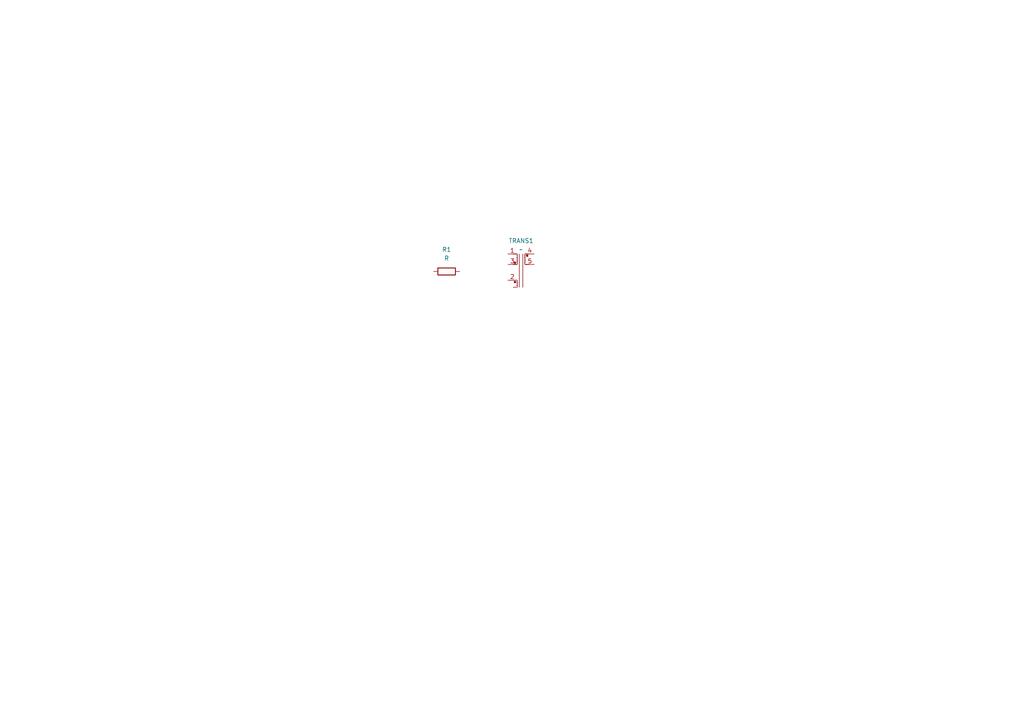
<source format=kicad_sch>
(kicad_sch (version 20231120) (generator "eeschema") (generator_version "8.0")
  (paper "A4")
  (lib_symbols
    (symbol "Device:R" (pin_numbers hide) (pin_names (offset 0))
      (property "Reference" "R" (at 2.032 0 90))
      (property "Value" "R" (at 0 0 90))
      (symbol "R_0_1"
        (rectangle (start -1.016 -2.54) (end 1.016 2.54) (stroke (width 0.254)))
      )
      (symbol "R_1_1"
        (pin passive line (at 0 3.81 270) (length 1.27) (name "~") (number "1"))
        (pin passive line (at 0 -3.81 90) (length 1.27) (name "~") (number "2"))
      )
    )
    (symbol "Practice:TRANFORMER"
      (property "Reference" "TRANS" (at 0 4.572 0))
      (symbol "TRANFORMER_0_1"
        (arc (start -1.27 -7.112) (mid -1.016 -6.858) (end -1.27 -6.604))
        (arc (start -1.27 -6.604) (mid -1.016 -6.35) (end -1.27 -6.096))
        (arc (start -1.27 -6.096) (mid -1.016 -5.842) (end -1.27 -5.588))
        (arc (start -1.27 -5.588) (mid -1.016 -5.334) (end -1.27 -5.08))
        (arc (start -1.27 -0.508) (mid -1.016 -0.254) (end -1.27 0))
        (arc (start -1.27 0) (mid -1.016 0.254) (end -1.27 0.508))
        (arc (start -1.27 0.508) (mid -1.016 0.762) (end -1.27 1.016))
        (arc (start -1.27 1.016) (mid -1.016 1.27) (end -1.27 1.524))
        (arc (start -1.27 1.524) (mid -1.016 1.778) (end -1.27 2.032))
        (arc (start -1.27 2.032) (mid -1.016 2.286) (end -1.27 2.54))
        (polyline (pts (xy -1.27 -7.112) (xy -2.286 -7.112)))
        (polyline (pts (xy -1.27 -5.08) (xy -2.286 -5.08)))
        (polyline (pts (xy -1.27 -0.508) (xy -2.286 -0.508)))
        (polyline (pts (xy -1.27 2.54) (xy -2.286 2.54)))
        (polyline (pts (xy 1.27 -0.508) (xy 2.286 -0.508)))
        (polyline (pts (xy 1.27 2.54) (xy 2.286 2.54)))
        (arc (start 1.27 0) (mid 1.016 -0.254) (end 1.27 -0.508))
        (arc (start 1.27 0.508) (mid 1.016 0.254) (end 1.27 0))
        (arc (start 1.27 1.016) (mid 1.016 0.762) (end 1.27 0.508))
        (arc (start 1.27 1.524) (mid 1.016 1.27) (end 1.27 1.016))
        (arc (start 1.27 2.032) (mid 1.016 1.778) (end 1.27 1.524))
        (arc (start 1.27 2.54) (mid 1.016 2.286) (end 1.27 2.032))
      )
      (symbol "TRANFORMER_1_1"
        (circle (center -1.778 -5.588) (radius 0.254) (fill (type outline)))
        (circle (center -1.778 0) (radius 0.254) (fill (type outline)))
        (polyline (pts (xy -0.508 2.54) (xy -0.508 -7.112)))
        (polyline (pts (xy 0.508 2.54) (xy 0.508 -7.112)))
        (circle (center 1.778 2.032) (radius 0.254) (fill (type outline)))
        (pin input line (at -3.81 2.54 0) (length 2.54) (name "") (number "1"))
        (pin input line (at -3.81 -5.08 0) (length 2.54) (name "") (number "2"))
        (pin input line (at -3.7838 -0.5081 0) (length 2.54) (name "") (number "3"))
        (pin input line (at 3.81 2.54 180) (length 2.54) (name "") (number "4"))
        (pin input line (at 3.8243 -0.5081 180) (length 2.54) (name "") (number "5"))
      )
    )
  )
  (symbol (lib_id "Device:R") (at 129.54 78.74 90) (unit 1)
    (property "Reference" "R1" (at 129.54 72.39 90))
    (property "Value" "R" (at 129.54 74.93 90))
    (property "Description" "Resistor" (effects (hide yes)))
  )
  (symbol (lib_id "Practice:TRANFORMER") (at 151.13 76.2 0) (unit 1)
    (property "Reference" "TRANS1" (at 151.13 69.85 0))
    (property "Value" "~" (at 151.13 72.39 0))
  )
)
</source>
